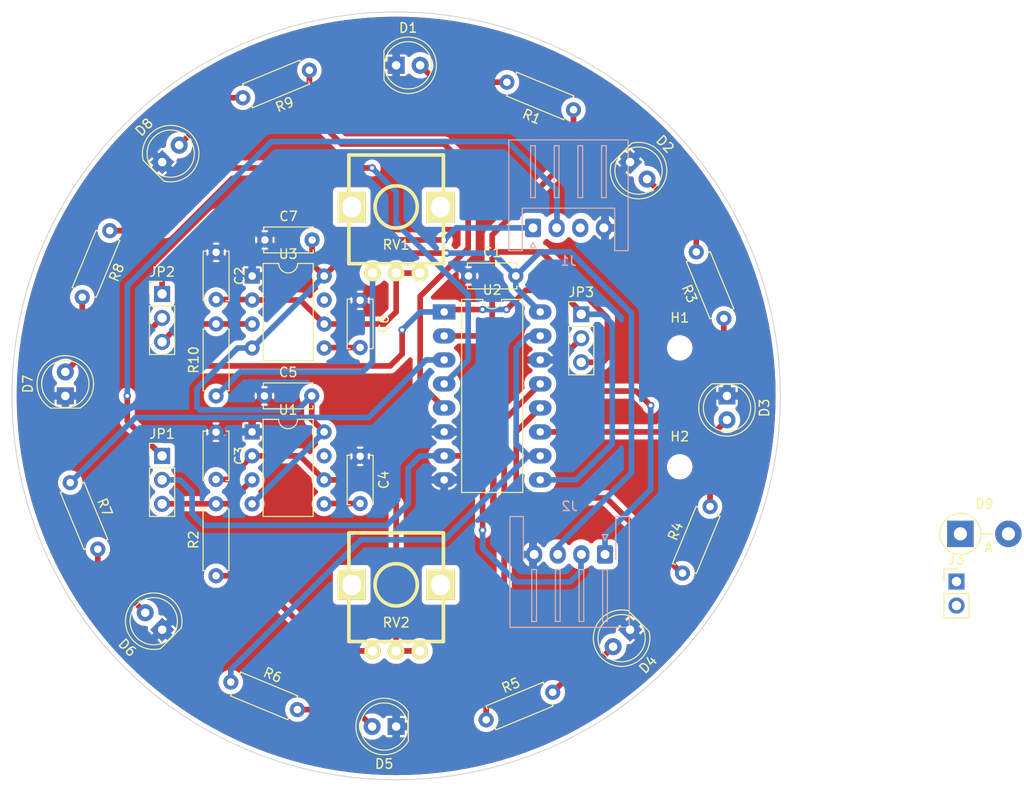
<source format=kicad_pcb>
(kicad_pcb (version 20221018) (generator pcbnew)
  (layers (0 "F.Cu" signal) (31 "B.Cu" signal) (34 "B.Paste" user) (35 "F.Paste" user) (36 "B.SilkS" user "B.Silkscreen") (37 "F.SilkS" user "F.Silkscreen") (38 "B.Mask" user) (39 "F.Mask" user) (44 "Edge.Cuts" user))
  (net 0 "")
  (net 1 "GND")
  (net 2 "Net-(U3-THR)")
  (net 3 "Net-(U1-THR)")
  (net 4 "Net-(D1-A)")
  (net 5 "Net-(D2-A)")
  (net 6 "Net-(D3-A)")
  (net 7 "Net-(D4-A)")
  (net 8 "Net-(D5-A)")
  (net 9 "Net-(D6-A)")
  (net 10 "Net-(D7-A)")
  (net 11 "Net-(D8-A)")
  (net 12 "Net-(J1-Pin_1)")
  (net 13 "Net-(J1-Pin_2)")
  (net 14 "VCC")
  (net 15 "Net-(J2-Pin_1)")
  (net 16 "Net-(J2-Pin_2)")
  (net 17 "/Timer1/Out")
  (net 18 "/Timer/Out")
  (net 19 "Net-(R2-Pad1)")
  (net 20 "Net-(R10-Pad1)")
  (net 21 "Net-(U1-CV)")
  (net 23 "Net-(U3-CV)")
  (net 25 "Net-(JP2-C)")
  (net 26 "Net-(JP3-B)")
  (net 27 "Net-(U2B-Q3)")
  (net 28 "Net-(U2B-Q2)")
  (net 29 "Net-(U2B-Q1)")
  (net 30 "Net-(U2A-Q4)")
  (net 31 "Net-(U2A-Q3)")
  (net 32 "Net-(U2A-Q2)")
  (net 33 "Net-(U2A-Q1)")
  (net 34 "Net-(D9-A)")
  (footprint "LED_THT:LED_D5.0mm" (layer "F.Cu") (at 187.4 101.6 -90)
    (fp_text reference "D3" (at 1.27 -3.96 -90) (layer "F.SilkS"))
    (fp_text value "LED" hide)
    (pad "1" thru_hole rect (at 0 0 270) (size 1.8 1.8) (drill 0.9) (layers "*.Cu" "*.Mask") (net 1 "GND"))
    (pad "2" thru_hole circle (at 2.54 0 270) (size 1.8 1.8) (drill 0.9) (layers "*.Cu" "*.Mask") (net 6 "Net-(D3-A)"))
  )
  (footprint "Package_DIP:DIP-16_W10.16mm_LongPads" (layer "F.Cu") (at 157.48 92.71)
    (fp_text reference "U2" (at 5.08 -2.33) (layer "F.SilkS"))
    (fp_text value "4015" hide)
    (pad "1" thru_hole rect (at 0 0) (size 2.4 1.6) (drill 0.8) (layers "*.Cu" "*.Mask") (net 25 "Net-(JP2-C)"))
    (pad "2" thru_hole oval (at 0 2.54) (size 2.4 1.6) (drill 0.8) (layers "*.Cu" "*.Mask") (net 26 "Net-(JP3-B)"))
    (pad "3" thru_hole oval (at 0 5.08) (size 2.4 1.6) (drill 0.8) (layers "*.Cu" "*.Mask") (net 31 "Net-(U2A-Q3)"))
    (pad "4" thru_hole oval (at 0 7.62) (size 2.4 1.6) (drill 0.8) (layers "*.Cu" "*.Mask") (net 32 "Net-(U2A-Q2)"))
    (pad "5" thru_hole oval (at 0 10.16) (size 2.4 1.6) (drill 0.8) (layers "*.Cu" "*.Mask") (net 33 "Net-(U2A-Q1)"))
    (pad "6" thru_hole oval (at 0 12.7) (size 2.4 1.6) (drill 0.8) (layers "*.Cu" "*.Mask") (net 1 "GND"))
    (pad "7" thru_hole oval (at 0 15.24) (size 2.4 1.6) (drill 0.8) (layers "*.Cu" "*.Mask") (net 16 "Net-(J2-Pin_2)"))
    (pad "8" thru_hole oval (at 0 17.78) (size 2.4 1.6) (drill 0.8) (layers "*.Cu" "*.Mask") (net 1 "GND"))
    (pad "9" thru_hole oval (at 10.16 17.78) (size 2.4 1.6) (drill 0.8) (layers "*.Cu" "*.Mask") (net 25 "Net-(JP2-C)"))
    (pad "10" thru_hole oval (at 10.16 15.24) (size 2.4 1.6) (drill 0.8) (layers "*.Cu" "*.Mask") (net 30 "Net-(U2A-Q4)"))
    (pad "11" thru_hole oval (at 10.16 12.7) (size 2.4 1.6) (drill 0.8) (layers "*.Cu" "*.Mask") (net 27 "Net-(U2B-Q3)"))
    (pad "12" thru_hole oval (at 10.16 10.16) (size 2.4 1.6) (drill 0.8) (layers "*.Cu" "*.Mask") (net 28 "Net-(U2B-Q2)"))
    (pad "13" thru_hole oval (at 10.16 7.62) (size 2.4 1.6) (drill 0.8) (layers "*.Cu" "*.Mask") (net 29 "Net-(U2B-Q1)"))
    (pad "14" thru_hole oval (at 10.16 5.08) (size 2.4 1.6) (drill 0.8) (layers "*.Cu" "*.Mask") (net 1 "GND"))
    (pad "15" thru_hole oval (at 10.16 2.54) (size 2.4 1.6) (drill 0.8) (layers "*.Cu" "*.Mask") (net 30 "Net-(U2A-Q4)"))
    (pad "16" thru_hole oval (at 10.16 0) (size 2.4 1.6) (drill 0.8) (layers "*.Cu" "*.Mask") (net 14 "VCC"))
  )
  (footprint "Resistor_THT:R_Axial_DIN0207_L6.3mm_D2.5mm_P7.62mm_Horizontal" (layer "F.Cu") (at 133.34 120.64 90)
    (fp_text reference "R2" (at 3.81 -2.37 90) (layer "F.SilkS"))
    (fp_text value "10k" hide)
    (pad "1" thru_hole circle (at 0 0 90) (size 1.6 1.6) (drill 0.8) (layers "*.Cu" "*.Mask") (net 19 "Net-(R2-Pad1)"))
    (pad "2" thru_hole oval (at 7.62 0 90) (size 1.6 1.6) (drill 0.8) (layers "*.Cu" "*.Mask") (net 18 "/Timer/Out"))
  )
  (footprint "Resistor_THT:R_Axial_DIN0207_L6.3mm_D2.5mm_P7.62mm_Horizontal" (layer "F.Cu") (at 161.925 135.89 22.5)
    (fp_text reference "R5" (at 3.81 -2.370001 22.5) (layer "F.SilkS"))
    (fp_text value "R" hide)
    (pad "1" thru_hole circle (at 0 0 22.5) (size 1.6 1.6) (drill 0.8) (layers "*.Cu" "*.Mask") (net 29 "Net-(U2B-Q1)"))
    (pad "2" thru_hole oval (at 7.62 0 22.5) (size 1.6 1.6) (drill 0.8) (layers "*.Cu" "*.Mask") (net 7 "Net-(D4-A)"))
  )
  (footprint "Capacitor_THT:C_Disc_D5.0mm_W2.5mm_P5.00mm" (layer "F.Cu") (at 133.34 105.44 -90)
    (fp_text reference "C3" (at 2.5 -2.5 90) (layer "F.SilkS"))
    (fp_text value "4.7u" hide)
    (pad "1" thru_hole circle (at 0 0 270) (size 1.6 1.6) (drill 0.8) (layers "*.Cu" "*.Mask") (net 1 "GND"))
    (pad "2" thru_hole circle (at 5 0 270) (size 1.6 1.6) (drill 0.8) (layers "*.Cu" "*.Mask") (net 3 "Net-(U1-THR)"))
  )
  (footprint "Resistor_THT:R_Axial_DIN0207_L6.3mm_D2.5mm_P7.62mm_Horizontal" (layer "F.Cu") (at 171.159981 71.308024 157.5)
    (fp_text reference "R1" (at 3.81 -2.37 157.5) (layer "F.SilkS"))
    (fp_text value "R" hide)
    (pad "1" thru_hole circle (at 0 0 157.5) (size 1.6 1.6) (drill 0.8) (layers "*.Cu" "*.Mask") (net 26 "Net-(JP3-B)"))
    (pad "2" thru_hole oval (at 7.62 0 157.5) (size 1.6 1.6) (drill 0.8) (layers "*.Cu" "*.Mask") (net 4 "Net-(D1-A)"))
  )
  (footprint "Resistor_THT:R_Axial_DIN0207_L6.3mm_D2.5mm_P7.62mm_Horizontal" (layer "F.Cu") (at 187.066048 93.399962 112.5)
    (fp_text reference "R3" (at 3.81 -2.37 112.5) (layer "F.SilkS"))
    (fp_text value "R" hide)
    (pad "1" thru_hole circle (at 0 0 112.5) (size 1.6 1.6) (drill 0.8) (layers "*.Cu" "*.Mask") (net 27 "Net-(U2B-Q3)"))
    (pad "2" thru_hole oval (at 7.62 0 112.5) (size 1.6 1.6) (drill 0.8) (layers "*.Cu" "*.Mask") (net 5 "Net-(D2-A)"))
  )
  (footprint "Capacitor_THT:C_Disc_D5.0mm_W2.5mm_P5.00mm" (layer "F.Cu") (at 138.51 85.09)
    (fp_text reference "C7" (at 2.5 -2.5) (layer "F.SilkS"))
    (fp_text value "100n" hide)
    (pad "1" thru_hole circle (at 0 0) (size 1.6 1.6) (drill 0.8) (layers "*.Cu" "*.Mask") (net 1 "GND"))
    (pad "2" thru_hole circle (at 5 0) (size 1.6 1.6) (drill 0.8) (layers "*.Cu" "*.Mask") (net 14 "VCC"))
  )
  (footprint "LED_THT:LED_D5.0mm" (layer "F.Cu") (at 152.4 136.6 180)
    (fp_text reference "D5" (at 1.27 -3.96 180) (layer "F.SilkS"))
    (fp_text value "LED" hide)
    (pad "1" thru_hole rect (at 0 0 180) (size 1.8 1.8) (drill 0.9) (layers "*.Cu" "*.Mask") (net 1 "GND"))
    (pad "2" thru_hole circle (at 2.54 0 180) (size 1.8 1.8) (drill 0.9) (layers "*.Cu" "*.Mask") (net 8 "Net-(D5-A)"))
  )
  (footprint "Resistor_THT:R_Axial_DIN0207_L6.3mm_D2.5mm_P7.62mm_Horizontal" (layer "F.Cu") (at 182.691976 120.359981 67.5)
    (fp_text reference "R4" (at 3.81 -2.37 67.5) (layer "F.SilkS"))
    (fp_text value "R" hide)
    (pad "1" thru_hole circle (at 0 0 67.5) (size 1.6 1.6) (drill 0.8) (layers "*.Cu" "*.Mask") (net 28 "Net-(U2B-Q2)"))
    (pad "2" thru_hole oval (at 7.62 0 67.5) (size 1.6 1.6) (drill 0.8) (layers "*.Cu" "*.Mask") (net 6 "Net-(D3-A)"))
  )
  (footprint "MountingHole:MountingHole_2.2mm_M2" (layer "F.Cu") (at 182.4 96.52)
    (fp_text reference "H1" (at 0 -3.2) (layer "F.SilkS"))
    (fp_text value "MountingHole" hide)
    (pad "" np_thru_hole circle (at 0 0) (size 2.2 2.2) (drill 2.2) (layers "*.Cu" "*.Mask"))
  )
  (footprint "LED_THT:LED_D5.0mm" (layer "F.Cu") (at 152.4 66.6)
    (fp_text reference "D1" (at 1.27 -3.96) (layer "F.SilkS"))
    (fp_text value "LED" hide)
    (pad "1" thru_hole rect (at 0 0) (size 1.8 1.8) (drill 0.9) (layers "*.Cu" "*.Mask") (net 1 "GND"))
    (pad "2" thru_hole circle (at 2.54 0) (size 1.8 1.8) (drill 0.9) (layers "*.Cu" "*.Mask") (net 4 "Net-(D1-A)"))
  )
  (footprint "Resistor_THT:R_Axial_DIN0207_L6.3mm_D2.5mm_P7.62mm_Horizontal" (layer "F.Cu") (at 133.35 101.6 90)
    (fp_text reference "R10" (at 3.81 -2.37 90) (layer "F.SilkS"))
    (fp_text value "10k" hide)
    (pad "1" thru_hole circle (at 0 0 90) (size 1.6 1.6) (drill 0.8) (layers "*.Cu" "*.Mask") (net 20 "Net-(R10-Pad1)"))
    (pad "2" thru_hole oval (at 7.62 0 90) (size 1.6 1.6) (drill 0.8) (layers "*.Cu" "*.Mask") (net 17 "/Timer1/Out"))
  )
  (footprint "Resistor_THT:R_Axial_DIN0207_L6.3mm_D2.5mm_P7.62mm_Horizontal" (layer "F.Cu") (at 122.108024 84.110019 -112.5)
    (fp_text reference "R8" (at 3.81 -2.37 67.5) (layer "F.SilkS"))
    (fp_text value "R" hide)
    (pad "1" thru_hole circle (at 0 0 247.5) (size 1.6 1.6) (drill 0.8) (layers "*.Cu" "*.Mask") (net 32 "Net-(U2A-Q2)"))
    (pad "2" thru_hole oval (at 7.62 0 247.5) (size 1.6 1.6) (drill 0.8) (layers "*.Cu" "*.Mask") (net 10 "Net-(D7-A)"))
  )
  (footprint "Connector_PinHeader_2.54mm:PinHeader_1x02_P2.54mm_Vertical" (layer "F.Cu") (at 211.680101 121.255101)
    (fp_text reference "J3" (at 0 -2.33) (layer "F.SilkS"))
    (fp_text value "Conn_01x02")
    (pad "1" thru_hole rect (at 0 0) (size 1.7 1.7) (drill 1) (layers "*.Cu" "*.Mask") (net 1 "GND"))
    (pad "2" thru_hole oval (at 0 2.54) (size 1.7 1.7) (drill 1) (layers "*.Cu" "*.Mask") (net 14 "VCC"))
  )
  (footprint "MountingHole:MountingHole_2.2mm_M2" (layer "F.Cu") (at 182.4 109.1)
    (fp_text reference "H2" (at 0 -3.2) (layer "F.SilkS"))
    (fp_text value "MountingHole" hide)
    (pad "" np_thru_hole circle (at 0 0) (size 2.2 2.2) (drill 2.2) (layers "*.Cu" "*.Mask"))
  )
  (footprint "Resistor_THT:R_Axial_DIN0207_L6.3mm_D2.5mm_P7.62mm_Horizontal" (layer "F.Cu") (at 134.910019 131.891976 -22.5)
    (fp_text reference "R6" (at 3.81 -2.37 157.5) (layer "F.SilkS"))
    (fp_text value "R" hide)
    (pad "1" thru_hole circle (at 0 0 337.5) (size 1.6 1.6) (drill 0.8) (layers "*.Cu" "*.Mask") (net 30 "Net-(U2A-Q4)"))
    (pad "2" thru_hole oval (at 7.62 0 337.5) (size 1.6 1.6) (drill 0.8) (layers "*.Cu" "*.Mask") (net 8 "Net-(D5-A)"))
  )
  (footprint "Diode_THT:D_5W_P5.08mm_Vertical_AnodeUp" (layer "F.Cu") (at 212.09 116.205)
    (fp_text reference "D9" (at 2.54 -3.174899) (layer "F.SilkS"))
    (fp_text value "D")
    (fp_text user "A" (at 2.98 1.4) (layer "F.SilkS"))
    (pad "1" thru_hole rect (at 0 0) (size 2.8 2.8) (drill 1.4) (layers "*.Cu" "*.Mask") (net 14 "VCC"))
    (pad "2" thru_hole oval (at 5.08 0) (size 2.8 2.8) (drill 1.4) (layers "*.Cu" "*.Mask") (net 34 "Net-(D9-A)"))
  )
  (footprint "poti_rv09a:RV09AF-40-ALPHA-POT" (layer "F.Cu") (at 152.4 121.6)
    (fp_text reference "RV2" (at 0 4) (layer "F.SilkS") (effects (font (size 1.016 1.016) (thickness 0.1524))))
    (fp_text value "1M" hide)
    (pad "" thru_hole rect (at -4.7 0) (size 3 3.2) (drill oval 2 2.2) (layers "*.Cu" "*.Mask" "F.SilkS"))
    (pad "" thru_hole rect (at 4.7 0) (size 3 3.2) (drill oval 2 2.2) (layers "*.Cu" "*.Mask" "F.SilkS"))
    (pad "1" thru_hole circle (at -2.5 7) (size 1.75 1.75) (drill 1) (layers "*.Cu" "*.Mask" "F.SilkS") (net 19 "Net-(R2-Pad1)"))
    (pad "2" thru_hole circle (at 0 7) (size 1.75 1.75) (drill 1) (layers "*.Cu" "*.Mask" "F.SilkS") (net 3 "Net-(U1-THR)"))
    (pad "3" thru_hole circle (at 2.5 7) (size 1.75 1.75) (drill 1) (layers "*.Cu" "*.Mask" "F.SilkS") (net 3 "Net-(U1-THR)"))
  )
  (footprint "Connector_PinHeader_2.54mm:PinHeader_1x03_P2.54mm_Vertical" (layer "F.Cu") (at 127.635 107.95)
    (fp_text reference "JP1" (at 0 -2.33) (layer "F.SilkS"))
    (fp_text value "Jumper_3_Open" hide)
    (pad "1" thru_hole rect (at 0 0) (size 1.7 1.7) (drill 1) (layers "*.Cu" "*.Mask") (net 13 "Net-(J1-Pin_2)"))
    (pad "2" thru_hole oval (at 0 2.54) (size 1.7 1.7) (drill 1) (layers "*.Cu" "*.Mask") (net 16 "Net-(J2-Pin_2)"))
    (pad "3" thru_hole oval (at 0 5.08) (size 1.7 1.7) (drill 1) (layers "*.Cu" "*.Mask") (net 18 "/Timer/Out"))
  )
  (footprint "LED_THT:LED_D5.0mm" (layer "F.Cu") (at 177.148737 76.851262 -45)
    (fp_text reference "D2" (at 1.269999 -3.96 -45) (layer "F.SilkS"))
    (fp_text value "LED" hide)
    (pad "1" thru_hole rect (at 0 0 315) (size 1.8 1.8) (drill 0.9) (layers "*.Cu" "*.Mask") (net 1 "GND"))
    (pad "2" thru_hole circle (at 2.54 0 315) (size 1.8 1.8) (drill 0.9) (layers "*.Cu" "*.Mask") (net 5 "Net-(D2-A)"))
  )
  (footprint "LED_THT:LED_D5.0mm" (layer "F.Cu") (at 117.4 101.6 90)
    (fp_text reference "D7" (at 1.27 -3.96 90) (layer "F.SilkS"))
    (fp_text value "LED" hide)
    (pad "1" thru_hole rect (at 0 0 90) (size 1.8 1.8) (drill 0.9) (layers "*.Cu" "*.Mask") (net 1 "GND"))
    (pad "2" thru_hole circle (at 2.54 0 90) (size 1.8 1.8) (drill 0.9) (layers "*.Cu" "*.Mask") (net 10 "Net-(D7-A)"))
  )
  (footprint "Resistor_THT:R_Axial_DIN0207_L6.3mm_D2.5mm_P7.62mm_Horizontal" (layer "F.Cu") (at 117.921976 110.780019 -67.5)
    (fp_text reference "R7" (at 3.809999 -2.37 112.5) (layer "F.SilkS"))
    (fp_text value "R" hide)
    (pad "1" thru_hole circle (at 0 0 292.5) (size 1.6 1.6) (drill 0.8) (layers "*.Cu" "*.Mask") (net 31 "Net-(U2A-Q3)"))
    (pad "2" thru_hole oval (at 7.62 0 292.5) (size 1.6 1.6) (drill 0.8) (layers "*.Cu" "*.Mask") (net 9 "Net-(D6-A)"))
  )
  (footprint "Capacitor_THT:C_Disc_D5.0mm_W2.5mm_P5.00mm" (layer "F.Cu") (at 160.06 88.9)
    (fp_text reference "C1" (at 2.5 -2.5) (layer "F.SilkS"))
    (fp_text value "100n" hide)
    (pad "1" thru_hole circle (at 0 0) (size 1.6 1.6) (drill 0.8) (layers "*.Cu" "*.Mask") (net 1 "GND"))
    (pad "2" thru_hole circle (at 5 0) (size 1.6 1.6) (drill 0.8) (layers "*.Cu" "*.Mask") (net 14 "VCC"))
  )
  (footprint "Capacitor_THT:C_Disc_D5.0mm_W2.5mm_P5.00mm" (layer "F.Cu") (at 138.47 101.6)
    (fp_text reference "C5" (at 2.5 -2.5) (layer "F.SilkS"))
    (fp_text value "100n" hide)
    (pad "1" thru_hole circle (at 0 0) (size 1.6 1.6) (drill 0.8) (layers "*.Cu" "*.Mask") (net 1 "GND"))
    (pad "2" thru_hole circle (at 5 0) (size 1.6 1.6) (drill 0.8) (layers "*.Cu" "*.Mask") (net 14 "VCC"))
  )
  (footprint "LED_THT:LED_D5.0mm" (layer "F.Cu") (at 127.651262 126.348737 135)
    (fp_text reference "D6" (at 1.270001 -3.96 135) (layer "F.SilkS"))
    (fp_text value "LED" hide)
    (pad "1" thru_hole rect (at 0 0 135) (size 1.8 1.8) (drill 0.9) (layers "*.Cu" "*.Mask") (net 1 "GND"))
    (pad "2" thru_hole circle (at 2.54 0 135) (size 1.8 1.8) (drill 0.9) (layers "*.Cu" "*.Mask") (net 9 "Net-(D6-A)"))
  )
  (footprint "Package_DIP:DIP-8_W7.62mm" (layer "F.Cu") (at 137.16 105.41)
    (fp_text reference "U1" (at 3.81 -2.33) (layer "F.SilkS"))
    (fp_text value "NE555P" hide)
    (pad "1" thru_hole rect (at 0 0) (size 1.6 1.6) (drill 0.8) (layers "*.Cu" "*.Mask") (net 1 "GND"))
    (pad "2" thru_hole oval (at 0 2.54) (size 1.6 1.6) (drill 0.8) (layers "*.Cu" "*.Mask") (net 3 "Net-(U1-THR)"))
    (pad "3" thru_hole oval (at 0 5.08) (size 1.6 1.6) (drill 0.8) (layers "*.Cu" "*.Mask") (net 18 "/Timer/Out"))
    (pad "4" thru_hole oval (at 0 7.62) (size 1.6 1.6) (drill 0.8) (layers "*.Cu" "*.Mask") (net 14 "VCC"))
    (pad "5" thru_hole oval (at 7.62 7.62) (size 1.6 1.6) (drill 0.8) (layers "*.Cu" "*.Mask") (net 21 "Net-(U1-CV)"))
    (pad "6" thru_hole oval (at 7.62 5.08) (size 1.6 1.6) (drill 0.8) (layers "*.Cu" "*.Mask") (net 3 "Net-(U1-THR)"))
    (pad "7" thru_hole oval (at 7.62 2.54) (size 1.6 1.6) (drill 0.8) (layers "*.Cu" "*.Mask"))
    (pad "8" thru_hole oval (at 7.62 0) (size 1.6 1.6) (drill 0.8) (layers "*.Cu" "*.Mask") (net 14 "VCC"))
  )
  (footprint "LED_THT:LED_D5.0mm" (layer "F.Cu") (at 177.148737 126.348737 -135)
    (fp_text reference "D4" (at 1.27 -3.96 -135) (layer "F.SilkS"))
    (fp_text value "LED" hide)
    (pad "1" thru_hole rect (at 0 0 225) (size 1.8 1.8) (drill 0.9) (layers "*.Cu" "*.Mask") (net 1 "GND"))
    (pad "2" thru_hole circle (at 2.54 0 225) (size 1.8 1.8) (drill 0.9) (layers "*.Cu" "*.Mask") (net 7 "Net-(D4-A)"))
  )
  (footprint "Connector_PinHeader_2.54mm:PinHeader_1x03_P2.54mm_Vertical" (layer "F.Cu") (at 171.98 92.96)
    (fp_text reference "JP3" (at 0 -2.33) (layer "F.SilkS"))
    (fp_text value "Jumper_3_Open" hide)
    (pad "1" thru_hole rect (at 0 0) (size 1.7 1.7) (drill 1) (layers "*.Cu" "*.Mask") (net 25 "Net-(JP2-C)"))
    (pad "2" thru_hole oval (at 0 2.54) (size 1.7 1.7) (drill 1) (layers "*.Cu" "*.Mask") (net 15 "Net-(J2-Pin_1)"))
    (pad "3" thru_hole oval (at 0 5.08) (size 1.7 1.7) (drill 1) (layers "*.Cu" "*.Mask") (net 26 "Net-(JP3-B)"))
  )
  (footprint "LED_THT:LED_D5.0mm" (layer "F.Cu") (at 127.651262 76.851262 45)
    (fp_text reference "D8" (at 1.27 -3.960001 45) (layer "F.SilkS"))
    (fp_text value "LED" hide)
    (pad "1" thru_hole rect (at 0 0 45) (size 1.8 1.8) (drill 0.9) (layers "*.Cu" "*.Mask") (net 1 "GND"))
    (pad "2" thru_hole circle (at 2.54 0 45) (size 1.8 1.8) (drill 0.9) (layers "*.Cu" "*.Mask") (net 11 "Net-(D8-A)"))
  )
  (footprint "Package_DIP:DIP-8_W7.62mm" (layer "F.Cu") (at 137.17 88.91)
    (fp_text reference "U3" (at 3.81 -2.33) (layer "F.SilkS"))
    (fp_text value "NE555P" hide)
    (pad "1" thru_hole rect (at 0 0) (size 1.6 1.6) (drill 0.8) (layers "*.Cu" "*.Mask") (net 1 "GND"))
    (pad "2" thru_hole oval (at 0 2.54) (size 1.6 1.6) (drill 0.8) (layers "*.Cu" "*.Mask") (net 2 "Net-(U3-THR)"))
    (pad "3" thru_hole oval (at 0 5.08) (size 1.6 1.6) (drill 0.8) (layers "*.Cu" "*.Mask") (net 17 "/Timer1/Out"))
    (pad "4" thru_hole oval (at 0 7.62) (size 1.6 1.6) (drill 0.8) (layers "*.Cu" "*.Mask") (net 14 "VCC"))
    (pad "5" thru_hole oval (at 7.62 7.62) (size 1.6 1.6) (drill 0.8) (layers "*.Cu" "*.Mask") (net 23 "Net-(U3-CV)"))
    (pad "6" thru_hole oval (at 7.62 5.08) (size 1.6 1.6) (drill 0.8) (layers "*.Cu" "*.Mask") (net 2 "Net-(U3-THR)"))
    (pad "7" thru_hole oval (at 7.62 2.54) (size 1.6 1.6) (drill 0.8) (layers "*.Cu" "*.Mask"))
    (pad "8" thru_hole oval (at 7.62 0) (size 1.6 1.6) (drill 0.8) (layers "*.Cu" "*.Mask") (net 14 "VCC"))
  )
  (footprint "Connector_PinHeader_2.54mm:PinHeader_1x03_P2.54mm_Vertical" (layer "F.Cu") (at 127.635 90.805)
    (fp_text reference "JP2" (at 0 -2.33) (layer "F.SilkS"))
    (fp_text value "Jumper_3_Open" hide)
    (pad "1" thru_hole rect (at 0 0) (size 1.7 1.7) (drill 1) (layers "*.Cu" "*.Mask") (net 12 "Net-(J1-Pin_1)"))
    (pad "2" thru_hole oval (at 0 2.54) (size 1.7 1.7) (drill 1) (layers "*.Cu" "*.Mask") (net 25 "Net-(JP2-C)"))
    (pad "3" thru_hole oval (at 0 5.08) (size 1.7 1.7) (drill 1) (layers "*.Cu" "*.Mask") (net 17 "/Timer1/Out"))
  )
  (footprint "Resistor_THT:R_Axial_DIN0207_L6.3mm_D2.5mm_P7.62mm_Horizontal" (layer "F.Cu") (at 143.219981 67.121976 -157.5)
    (fp_text reference "R9" (at 3.81 -2.369999 22.5) (layer "F.SilkS"))
    (fp_text value "R" hide)
    (pad "1" thru_hole circle (at 0 0 202.5) (size 1.6 1.6) (drill 0.8) (layers "*.Cu" "*.Mask") (net 33 "Net-(U2A-Q1)"))
    (pad "2" thru_hole oval (at 7.62 0 202.5) (size 1.6 1.6) (drill 0.8) (layers "*.Cu" "*.Mask") (net 11 "Net-(D8-A)"))
  )
  (footprint "Capacitor_THT:C_Disc_D5.0mm_W2.5mm_P5.00mm" (layer "F.Cu") (at 148.59 107.99 -90)
    (fp_text reference "C4" (at 2.5 -2.5 90) (layer "F.SilkS"))
    (fp_text value "100n" hide)
    (pad "1" thru_hole circle (at 0 0 270) (size 1.6 1.6) (drill 0.8) (layers "*.Cu" "*.Mask") (net 1 "GND"))
    (pad "2" thru_hole circle (at 5 0 270) (size 1.6 1.6) (drill 0.8) (layers "*.Cu" "*.Mask") (net 21 "Net-(U1-CV)"))
  )
  (footprint "Capacitor_THT:C_Disc_D5.0mm_W2.5mm_P5.00mm" (layer "F.Cu") (at 133.35 86.4 -90)
    (fp_text reference "C2" (at 2.5 -2.5 90) (layer "F.SilkS"))
    (fp_text value "4.7u" hide)
    (pad "1" thru_hole circle (at 0 0 270) (size 1.6 1.6) (drill 0.8) (layers "*.Cu" "*.Mask") (net 1 "GND"))
    (pad "2" thru_hole circle (at 5 0 270) (size 1.6 1.6) (drill 0.8) (layers "*.Cu" "*.Mask") (net 2 "Net-(U3-THR)"))
  )
  (footprint "Capacitor_THT:C_Disc_D5.0mm_W2.5mm_P5.00mm" (layer "F.Cu") (at 148.59 91.48 -90)
    (fp_text reference "C6" (at 2.5 -2.5 90) (layer "F.SilkS"))
    (fp_text value "100n" hide)
    (pad "1" thru_hole circle (at 0 0 270) (size 1.6 1.6) (drill 0.8) (layers "*.Cu" "*.Mask") (net 1 "GND"))
    (pad "2" thru_hole circle (at 5 0 270) (size 1.6 1.6) (drill 0.8) (layers "*.Cu" "*.Mask") (net 23 "Net-(U3-CV)"))
  )
  (footprint "poti_rv09a:RV09AF-40-ALPHA-POT" (layer "F.Cu") (at 152.4 81.6)
    (fp_text reference "RV1" (at 0 4) (layer "F.SilkS") (effects (font (size 1.016 1.016) (thickness 0.1524))))
    (fp_text value "1M" hide)
    (pad "" thru_hole rect (at -4.7 0) (size 3 3.2) (drill oval 2 2.2) (layers "*.Cu" "*.Mask" "F.SilkS"))
    (pad "" thru_hole rect (at 4.7 0) (size 3 3.2) (drill oval 2 2.2) (layers "*.Cu" "*.Mask" "F.SilkS"))
    (pad "1" thru_hole circle (at -2.5 7) (size 1.75 1.75) (drill 1) (layers "*.Cu" "*.Mask" "F.SilkS") (net 20 "Net-(R10-Pad1)"))
    (pad "2" thru_hole circle (at 0 7) (size 1.75 1.75) (drill 1) (layers "*.Cu" "*.Mask" "F.SilkS") (net 2 "Net-(U3-THR)"))
    (pad "3" thru_hole circle (at 2.5 7) (size 1.75 1.75) (drill 1) (layers "*.Cu" "*.Mask" "F.SilkS") (net 2 "Net-(U3-THR)"))
  )
  (footprint "Connector_JST:JST_XH_S4B-XH-A_1x04_P2.50mm_Horizontal" (layer "B.Cu") (at 166.878 83.815)
    (fp_text reference "J1" (at 3.75 3.5 180) (layer "B.SilkS") (effects (justify mirror)))
    (fp_text value "Conn_01x04")
    (pad "1" thru_hole roundrect (at 0 0) (size 1.7 1.95) (drill 0.95) (layers "*.Cu" "*.Mask") (roundrect_rratio 0.147059) (net 12 "Net-(J1-Pin_1)"))
    (pad "2" thru_hole oval (at 2.5 0) (size 1.7 1.95) (drill 0.95) (layers "*.Cu" "*.Mask") (net 13 "Net-(J1-Pin_2)"))
    (pad "3" thru_hole oval (at 5 0) (size 1.7 1.95) (drill 0.95) (layers "*.Cu" "*.Mask") (net 34 "Net-(D9-A)"))
    (pad "4" thru_hole oval (at 7.5 0) (size 1.7 1.95) (drill 0.95) (layers "*.Cu" "*.Mask") (net 1 "GND"))
  )
  (footprint "Connector_JST:JST_XH_S4B-XH-A-1_1x04_P2.50mm_Horizontal" (layer "B.Cu") (at 174.498 118.384 180)
    (fp_text reference "J2" (at 3.75 5.1) (layer "B.SilkS") (effects (justify mirror)))
    (fp_text value "Conn_01x04")
    (pad "1" thru_hole roundrect (at 0 0 180) (size 1.7 1.95) (drill 0.95) (layers "*.Cu" "*.Mask") (roundrect_rratio 0.147059) (net 15 "Net-(J2-Pin_1)"))
    (pad "2" thru_hole oval (at 2.5 0 180) (size 1.7 1.95) (drill 0.95) (layers "*.Cu" "*.Mask") (net 16 "Net-(J2-Pin_2)"))
    (pad "3" thru_hole oval (at 5 0 180) (size 1.7 1.95) (drill 0.95) (layers "*.Cu" "*.Mask") (net 14 "VCC"))
    (pad "4" thru_hole oval (at 7.5 0 180) (size 1.7 1.95) (drill 0.95) (layers "*.Cu" "*.Mask") (net 1 "GND"))
  )
  (gr_circle (center 152.4 101.6) (end 193.04 101.6) (stroke (width 0.1)) (fill none) (layer "Edge.Cuts"))
  (segment (start 133.37 105.41) (end 133.34 105.44) (width 0.6) (layer "F.Cu") (net 1))
  (segment (start 137.16 105.41) (end 133.37 105.41) (width 0.6) (layer "F.Cu") (net 1))
  (segment (start 137.17 91.45) (end 142.25 91.45) (width 0.6) (layer "F.Cu") (net 2))
  (segment (start 152.4 88.6) (end 152.4 92.71) (width 0.6) (layer "F.Cu") (net 2))
  (segment (start 137.12 91.4) (end 137.17 91.45) (width 0.6) (layer "F.Cu") (net 2))
  (segment (start 151.12 93.99) (end 144.79 93.99) (width 0.6) (layer "F.Cu") (net 2))
  (segment (start 152.4 92.71) (end 151.12 93.99) (width 0.6) (layer "F.Cu") (net 2))
  (segment (start 152.4 88.6) (end 154.9 88.6) (width 0.6) (layer "F.Cu") (net 2))
  (segment (start 142.25 91.45) (end 144.79 93.99) (width 0.6) (layer "F.Cu") (net 2))
  (segment (start 133.35 91.4) (end 137.12 91.4) (width 0.6) (layer "F.Cu") (net 2))
  (segment (start 142.24 107.95) (end 144.78 110.49) (width 0.6) (layer "F.Cu") (net 3))
  (segment (start 149.86 110.49) (end 152.4 113.03) (width 0.6) (layer "F.Cu") (net 3))
  (segment (start 133.34 110.44) (end 134.67 110.44) (width 0.6) (layer "F.Cu") (net 3))
  (segment (start 144.78 110.49) (end 149.86 110.49) (width 0.6) (layer "F.Cu") (net 3))
  (segment (start 154.9 128.6) (end 152.4 128.6) (width 0.6) (layer "F.Cu") (net 3))
  (segment (start 137.16 107.95) (end 142.24 107.95) (width 0.6) (layer "F.Cu") (net 3))
  (segment (start 134.67 110.44) (end 137.16 107.95) (width 0.6) (layer "F.Cu") (net 3))
  (segment (start 152.4 113.03) (end 152.4 128.6) (width 0.6) (layer "F.Cu") (net 3))
  (segment (start 164.120019 68.391976) (end 156.731976 68.391976) (width 0.6) (layer "F.Cu") (net 4))
  (segment (start 156.731976 68.391976) (end 154.94 66.6) (width 0.6) (layer "F.Cu") (net 4))
  (segment (start 184.15 86.36) (end 184.15 83.852525) (width 0.6) (layer "F.Cu") (net 5))
  (segment (start 184.15 83.852525) (end 178.944788 78.647313) (width 0.6) (layer "F.Cu") (net 5))
  (segment (start 185.608024 113.320019) (end 185.608024 105.931976) (width 0.6) (layer "F.Cu") (net 6))
  (segment (start 185.608024 105.931976) (end 187.4 104.14) (width 0.6) (layer "F.Cu") (net 6))
  (segment (start 171.793522 131.703952) (end 175.352686 128.144788) (width 0.6) (layer "F.Cu") (net 7))
  (segment (start 170.234962 131.703952) (end 171.793522 131.703952) (width 0.6) (layer "F.Cu") (net 7))
  (segment (start 168.964962 132.973952) (end 170.234962 131.703952) (width 0.6) (layer "F.Cu") (net 7))
  (segment (start 141.949981 134.808024) (end 148.068024 134.808024) (width 0.6) (layer "F.Cu") (net 8))
  (segment (start 148.068024 134.808024) (end 149.86 136.6) (width 0.6) (layer "F.Cu") (net 8))
  (segment (start 120.838024 117.819981) (end 120.838024 119.535499) (width 0.6) (layer "F.Cu") (net 9))
  (segment (start 120.838024 119.535499) (end 125.855211 124.552686) (width 0.6) (layer "F.Cu") (net 9))
  (segment (start 119.191976 91.149981) (end 119.191976 97.268024) (width 0.6) (layer "F.Cu") (net 10))
  (segment (start 119.191976 97.268024) (end 117.4 99.06) (width 0.6) (layer "F.Cu") (net 10))
  (segment (start 136.180019 70.038024) (end 134.4645 70.038024) (width 0.6) (layer "F.Cu") (net 11))
  (segment (start 134.4645 70.038024) (end 129.447313 75.055211) (width 0.6) (layer "F.Cu") (net 11))
  (segment (start 143.51 82.55) (end 146.05 85.09) (width 0.6) (layer "F.Cu") (net 12))
  (segment (start 127.635 90.805) (end 127.635 88.265) (width 0.6) (layer "F.Cu") (net 12))
  (segment (start 146.05 85.09) (end 157.48 85.09) (width 0.6) (layer "F.Cu") (net 12))
  (segment (start 127.635 88.265) (end 133.35 82.55) (width 0.6) (layer "F.Cu") (net 12))
  (segment (start 133.35 82.55) (end 143.51 82.55) (width 0.6) (layer "F.Cu") (net 12))
  (via (at 157.48 85.09) (size 0.8) (drill 0.4) (layers "F.Cu" "B.Cu") (net 12))
  (segment (start 157.48 85.09) (end 158.755 83.815) (width 0.6) (layer "B.Cu") (net 12))
  (segment (start 166.878 83.815) (end 158.755 83.815) (width 0.6) (layer "B.Cu") (net 12))
  (segment (start 123.952 104.267) (end 127.635 107.95) (width 0.6) (layer "F.Cu") (net 13))
  (segment (start 123.952 101.6) (end 123.952 104.267) (width 0.6) (layer "F.Cu") (net 13))
  (via (at 123.952 101.6) (size 0.8) (drill 0.4) (layers "F.Cu" "B.Cu") (net 13))
  (segment (start 123.952 101.6) (end 123.952 89.916) (width 0.6) (layer "B.Cu") (net 13))
  (segment (start 169.418 83.815) (end 169.418 79.883) (width 0.6) (layer "B.Cu") (net 13))
  (segment (start 139.192 74.676) (end 164.211 74.676) (width 0.6) (layer "B.Cu") (net 13))
  (segment (start 169.418 79.883) (end 164.211 74.676) (width 0.6) (layer "B.Cu") (net 13))
  (segment (start 123.952 89.916) (end 139.192 74.676) (width 0.6) (layer "B.Cu") (net 13))
  (segment (start 143.51 85.09) (end 143.51 87.63) (width 0.6) (layer "F.Cu") (net 14))
  (segment (start 143.47 101.6) (end 143.47 104.1) (width 0.6) (layer "F.Cu") (net 14))
  (segment (start 147.213 86.487) (end 144.79 88.91) (width 0.6) (layer "F.Cu") (net 14))
  (segment (start 157.734 86.487) (end 147.213 86.487) (width 0.6) (layer "F.Cu") (net 14))
  (segment (start 143.47 104.1) (end 144.78 105.41) (width 0.6) (layer "F.Cu") (net 14))
  (segment (start 143.51 87.63) (end 144.79 88.91) (width 0.6) (layer "F.Cu") (net 14))
  (via (at 157.734 86.487) (size 0.8) (drill 0.4) (layers "F.Cu" "B.Cu") (net 14))
  (segment (start 137.17 96.53) (end 144.79 88.91) (width 0.6) (layer "B.Cu") (net 14))
  (segment (start 177.292 109.728) (end 177.292 92.837) (width 0.6) (layer "B.Cu") (net 14))
  (segment (start 131.661 103.086) (end 141.984 103.086) (width 0.6) (layer "B.Cu") (net 14))
  (segment (start 131.318 102.743) (end 131.661 103.086) (width 0.6) (layer "B.Cu") (net 14))
  (segment (start 170.81 86.355) (end 167.605 86.355) (width 0.6) (layer "B.Cu") (net 14))
  (segment (start 167.605 86.355) (end 165.06 88.9) (width 0.6) (layer "B.Cu") (net 14))
  (segment (start 165.06 88.9) (end 165.06 90.13) (width 0.6) (layer "B.Cu") (net 14))
  (segment (start 165.06 88.9) (end 162.647 86.487) (width 0.6) (layer "B.Cu") (net 14))
  (segment (start 141.984 103.086) (end 143.47 101.6) (width 0.6) (layer "B.Cu") (net 14))
  (segment (start 169.418 118.384) (end 169.418 117.602) (width 0.6) (layer "B.Cu") (net 14))
  (segment (start 137.17 96.53) (end 135.626 96.53) (width 0.6) (layer "B.Cu") (net 14))
  (segment (start 165.06 90.13) (end 167.64 92.71) (width 0.6) (layer "B.Cu") (net 14))
  (segment (start 137.16 113.03) (end 144.78 105.41) (width 0.6) (layer "B.Cu") (net 14))
  (segment (start 135.626 96.53) (end 131.318 100.838) (width 0.6) (layer "B.Cu") (net 14))
  (segment (start 162.647 86.487) (end 157.734 86.487) (width 0.6) (layer "B.Cu") (net 14))
  (segment (start 169.418 117.602) (end 177.292 109.728) (width 0.6) (layer "B.Cu") (net 14))
  (segment (start 177.292 92.837) (end 170.81 86.355) (width 0.6) (layer "B.Cu") (net 14))
  (segment (start 131.318 100.838) (end 131.318 102.743) (width 0.6) (layer "B.Cu") (net 14))
  (segment (start 171.98 95.5) (end 170.18 97.3) (width 0.6) (layer "F.Cu") (net 15))
  (segment (start 170.18 99.568) (end 171.704 101.092) (width 0.6) (layer "F.Cu") (net 15))
  (segment (start 177.8 101.092) (end 179.324 102.616) (width 0.6) (layer "F.Cu") (net 15))
  (segment (start 171.704 101.092) (end 177.8 101.092) (width 0.6) (layer "F.Cu") (net 15))
  (segment (start 170.18 97.3) (end 170.18 99.568) (width 0.6) (layer "F.Cu") (net 15))
  (via (at 179.324 102.616) (size 0.8) (drill 0.4) (layers "F.Cu" "B.Cu") (net 15))
  (segment (start 174.498 116.332) (end 174.498 118.384) (width 0.6) (layer "B.Cu") (net 15))
  (segment (start 179.324 102.616) (end 179.324 111.506) (width 0.6) (layer "B.Cu") (net 15))
  (segment (start 179.324 111.506) (end 174.498 116.332) (width 0.6) (layer "B.Cu") (net 15))
  (segment (start 157.48 107.95) (end 159.766 107.95) (width 0.6) (layer "F.Cu") (net 16))
  (segment (start 161.036 109.22) (end 161.544 109.728) (width 0.6) (layer "F.Cu") (net 16))
  (segment (start 161.544 109.728) (end 161.544 115.824) (width 0.6) (layer "F.Cu") (net 16))
  (segment (start 159.766 107.95) (end 161.036 109.22) (width 0.6) (layer "F.Cu") (net 16))
  (via (at 161.544 115.824) (size 0.8) (drill 0.4) (layers "F.Cu" "B.Cu") (net 16))
  (segment (start 161.544 117.729) (end 161.544 115.824) (width 0.6) (layer "B.Cu") (net 16))
  (segment (start 171.958 118.384) (end 171.958 120.142) (width 0.6) (layer "B.Cu") (net 16))
  (segment (start 130.81 111.76) (end 130.81 114.046) (width 0.6) (layer "B.Cu") (net 16))
  (segment (start 129.54 110.49) (end 130.81 111.76) (width 0.6) (layer "B.Cu") (net 16))
  (segment (start 165.1 121.285) (end 161.544 117.729) (width 0.6) (layer "B.Cu") (net 16))
  (segment (start 151.384 115.316) (end 153.67 113.03) (width 0.6) (layer "B.Cu") (net 16))
  (segment (start 170.815 121.285) (end 165.1 121.285) (width 0.6) (layer "B.Cu") (net 16))
  (segment (start 153.67 113.03) (end 153.67 109.22) (width 0.6) (layer "B.Cu") (net 16))
  (segment (start 153.67 109.22) (end 154.94 107.95) (width 0.6) (layer "B.Cu") (net 16))
  (segment (start 154.94 107.95) (end 157.48 107.95) (width 0.6) (layer "B.Cu") (net 16))
  (segment (start 171.958 120.142) (end 170.815 121.285) (width 0.6) (layer "B.Cu") (net 16))
  (segment (start 132.08 115.316) (end 151.384 115.316) (width 0.6) (layer "B.Cu") (net 16))
  (segment (start 130.81 114.046) (end 132.08 115.316) (width 0.6) (layer "B.Cu") (net 16))
  (segment (start 127.635 110.49) (end 129.54 110.49) (width 0.6) (layer "B.Cu") (net 16))
  (segment (start 133.35 93.98) (end 137.16 93.98) (width 0.6) (layer "F.Cu") (net 17))
  (segment (start 133.35 93.98) (end 129.54 93.98) (width 0.6) (layer "F.Cu") (net 17))
  (segment (start 137.16 93.98) (end 137.17 93.99) (width 0.6) (layer "F.Cu") (net 17))
  (segment (start 129.54 93.98) (end 127.635 95.885) (width 0.6) (layer "F.Cu") (net 17))
  (segment (start 134.63 113.02) (end 137.16 110.49) (width 0.6) (layer "F.Cu") (net 18))
  (segment (start 133.34 113.02) (end 127.645 113.02) (width 0.6) (layer "F.Cu") (net 18))
  (segment (start 133.34 113.02) (end 134.63 113.02) (width 0.6) (layer "F.Cu") (net 18))
  (segment (start 127.645 113.02) (end 127.635 113.03) (width 0.6) (layer "F.Cu") (net 18))
  (segment (start 145.11 128.6) (end 149.9 128.6) (width 0.6) (layer "F.Cu") (net 19))
  (segment (start 133.34 120.64) (end 137.15 120.64) (width 0.6) (layer "F.Cu") (net 19))
  (segment (start 133.35 120.65) (end 133.34 120.64) (width 0.6) (layer "F.Cu") (net 19))
  (segment (start 137.15 120.64) (end 145.11 128.6) (width 0.6) (layer "F.Cu") (net 19))
  (segment (start 149.9 98.010683) (end 148.850683 99.06) (width 0.6) (layer "B.Cu") (net 20))
  (segment (start 149.9 88.6) (end 149.9 98.010683) (width 0.6) (layer "B.Cu") (net 20))
  (segment (start 135.89 99.06) (end 133.35 101.6) (width 0.6) (layer "B.Cu") (net 20))
  (segment (start 148.850683 99.06) (end 135.89 99.06) (width 0.6) (layer "B.Cu") (net 20))
  (segment (start 148.59 112.99) (end 144.82 112.99) (width 0.6) (layer "F.Cu") (net 21))
  (segment (start 144.82 112.99) (end 144.78 113.03) (width 0.6) (layer "F.Cu") (net 21))
  (segment (start 144.84 96.48) (end 144.79 96.53) (width 0.6) (layer "F.Cu") (net 23))
  (segment (start 148.59 96.48) (end 144.84 96.48) (width 0.6) (layer "F.Cu") (net 23))
  (segment (start 125.73 97.155) (end 127 98.425) (width 0.6) (layer "F.Cu") (net 25))
  (segment (start 153.035 97.155) (end 153.035 94.615) (width 0.6) (layer "F.Cu") (net 25))
  (segment (start 151.765 98.425) (end 153.035 97.155) (width 0.6) (layer "F.Cu") (net 25))
  (segment (start 171.98 92.96) (end 171.98 92.732) (width 0.6) (layer "F.Cu") (net 25))
  (segment (start 169.672 90.424) (end 166.116 90.424) (width 0.6) (layer "F.Cu") (net 25))
  (segment (start 161.544 92.456) (end 157.734 92.456) (width 0.6) (layer "F.Cu") (net 25))
  (segment (start 125.73 95.25) (end 125.73 97.155) (width 0.6) (layer "F.Cu") (net 25))
  (segment (start 157.734 92.456) (end 157.48 92.71) (width 0.6) (layer "F.Cu") (net 25))
  (segment (start 166.116 90.424) (end 164.084 92.456) (width 0.6) (layer "F.Cu") (net 25))
  (segment (start 171.98 92.732) (end 169.672 90.424) (width 0.6) (layer "F.Cu") (net 25))
  (segment (start 127.635 93.345) (end 125.73 95.25) (width 0.6) (layer "F.Cu") (net 25))
  (segment (start 127 98.425) (end 151.765 98.425) (width 0.6) (layer "F.Cu") (net 25))
  (via (at 153.035 94.615) (size 0.8) (drill 0.4) (layers "F.Cu" "B.Cu") (net 25))
  (via (at 164.084 92.456) (size 0.8) (drill 0.4) (layers "F.Cu" "B.Cu") (net 25))
  (via (at 161.544 92.456) (size 0.8) (drill 0.4) (layers "F.Cu" "B.Cu") (net 25))
  (segment (start 175.26 93.98) (end 174.24 92.96) (width 0.6) (layer "B.Cu") (net 25))
  (segment (start 167.64 110.49) (end 171.45 110.49) (width 0.6) (layer "B.Cu") (net 25))
  (segment (start 174.24 92.96) (end 171.98 92.96) (width 0.6) (layer "B.Cu") (net 25))
  (segment (start 153.035 94.615) (end 154.94 92.71) (width 0.6) (layer "B.Cu") (net 25))
  (segment (start 175.26 106.68) (end 175.26 93.98) (width 0.6) (layer "B.Cu") (net 25))
  (segment (start 154.94 92.71) (end 157.48 92.71) (width 0.6) (layer "B.Cu") (net 25))
  (segment (start 171.45 110.49) (end 175.26 106.68) (width 0.6) (layer "B.Cu") (net 25))
  (segment (start 164.084 92.456) (end 161.544 92.456) (width 0.6) (layer "B.Cu") (net 25))
  (segment (start 162.56 84.568634) (end 162.56 86.36) (width 0.6) (layer "F.Cu") (net 26))
  (segment (start 171.159981 75.968653) (end 162.56 84.568634) (width 0.6) (layer "F.Cu") (net 26))
  (segment (start 171.98 98.04) (end 174.248 98.04) (width 0.6) (layer "F.Cu") (net 26))
  (segment (start 162.56 93.98) (end 161.29 95.25) (width 0.6) (layer "F.Cu") (net 26))
  (segment (start 174.752 97.536) (end 174.752 93.324892) (width 0.6) (layer "F.Cu") (net 26))
  (segment (start 171.159981 71.308024) (end 171.159981 75.968653) (width 0.6) (layer "F.Cu") (net 26))
  (segment (start 161.29 95.25) (end 157.48 95.25) (width 0.6) (layer "F.Cu") (net 26))
  (segment (start 162.56 86.36) (end 162.56 93.98) (width 0.6) (layer "F.Cu") (net 26))
  (segment (start 167.787108 86.36) (end 162.56 86.36) (width 0.6) (layer "F.Cu") (net 26))
  (segment (start 174.248 98.04) (end 174.752 97.536) (width 0.6) (layer "F.Cu") (net 26))
  (segment (start 174.752 93.324892) (end 167.787108 86.36) (width 0.6) (layer "F.Cu") (net 26))
  (segment (start 180.34 105.41) (end 167.64 105.41) (width 0.6) (layer "F.Cu") (net 27))
  (segment (start 187.066048 93.399962) (end 187.066048 98.683952) (width 0.6) (layer "F.Cu") (net 27))
  (segment (start 187.066048 98.683952) (end 180.34 105.41) (width 0.6) (layer "F.Cu") (net 27))
  (segment (start 165.1 111.125) (end 166.37 112.395) (width 0.6) (layer "F.Cu") (net 28))
  (segment (start 166.37 112.395) (end 174.625 112.395) (width 0.6) (layer "F.Cu") (net 28))
  (segment (start 174.625 112.395) (end 182.589981 120.359981) (width 0.6) (layer "F.Cu") (net 28))
  (segment (start 167.64 102.87) (end 165.1 105.41) (width 0.6) (layer "F.Cu") (net 28))
  (segment (start 165.1 105.41) (end 165.1 111.125) (width 0.6) (layer "F.Cu") (net 28))
  (segment (start 182.589981 120.359981) (end 182.691976 120.359981) (width 0.6) (layer "F.Cu") (net 28))
  (segment (start 163.83 132.08) (end 161.925 133.985) (width 0.6) (layer "F.Cu") (net 29))
  (segment (start 167.64 100.33) (end 163.83 104.14) (width 0.6) (layer "F.Cu") (net 29))
  (segment (start 161.925 133.985) (end 161.925 135.89) (width 0.6) (layer "F.Cu") (net 29))
  (segment (start 163.83 104.14) (end 163.83 132.08) (width 0.6) (layer "F.Cu") (net 29))
  (segment (start 134.910019 130.582873) (end 134.910019 131.891976) (width 0.6) (layer "B.Cu") (net 30))
  (segment (start 166.37 107.95) (end 167.64 107.95) (width 0.6) (layer "B.Cu") (net 30))
  (segment (start 165.1 106.68) (end 166.37 107.95) (width 0.6) (layer "B.Cu") (net 30))
  (segment (start 166.37 95.25) (end 165.1 96.52) (width 0.6) (layer "B.Cu") (net 30))
  (segment (start 157.48 116.84) (end 148.652892 116.84) (width 0.6) (layer "B.Cu") (net 30))
  (segment (start 167.64 95.25) (end 166.37 95.25) (width 0.6) (layer "B.Cu") (net 30))
  (segment (start 165.1 96.52) (end 165.1 106.68) (width 0.6) (layer "B.Cu") (net 30))
  (segment (start 148.652892 116.84) (end 134.910019 130.582873) (width 0.6) (layer "B.Cu") (net 30))
  (segment (start 166.37 107.95) (end 157.48 116.84) (width 0.6) (layer "B.Cu") (net 30))
  (segment (start 124.815995 103.886) (end 124.510998 104.190998) (width 0.6) (layer "B.Cu") (net 31))
  (segment (start 149.479 103.886) (end 155.575 97.79) (width 0.6) (layer "B.Cu") (net 31))
  (segment (start 124.510998 104.190998) (end 117.921976 110.780019) (width 0.6) (layer "B.Cu") (net 31))
  (segment (start 124.815996 103.886) (end 149.479 103.886) (width 0.6) (layer "B.Cu") (net 31))
  (segment (start 124.510998 104.190998) (end 124.815996 103.886) (width 0.6) (layer "B.Cu") (net 31))
  (segment (start 155.575 97.79) (end 157.48 97.79) (width 0.6) (layer "B.Cu") (net 31))
  (segment (start 134.62 77.47) (end 127.979981 84.110019) (width 0.6) (layer "F.Cu") (net 32))
  (segment (start 127.979981 84.110019) (end 122.108024 84.110019) (width 0.6) (layer "F.Cu") (net 32))
  (segment (start 149.86 77.47) (end 134.62 77.47) (width 0.6) (layer "F.Cu") (net 32))
  (via (at 149.86 77.47) (size 0.8) (drill 0.4) (layers "F.Cu" "B.Cu") (net 32))
  (segment (start 160.02 90.932) (end 160.02 97.79) (width 0.6) (layer "B.Cu") (net 32))
  (segment (start 149.86 77.47) (end 152.4 80.01) (width 0.6) (layer "B.Cu") (net 32))
  (segment (start 160.02 97.79) (end 157.48 100.33) (width 0.6) (layer "B.Cu") (net 32))
  (segment (start 152.4 83.312) (end 160.02 90.932) (width 0.6) (layer "B.Cu") (net 32))
  (segment (start 152.4 80.01) (end 152.4 83.312) (width 0.6) (layer "B.Cu") (net 32))
  (segment (start 160.02 85.977264) (end 160.02 77.47) (width 0.6) (layer "F.Cu") (net 33))
  (segment (start 154.94 100.33) (end 154.94 91.057264) (width 0.6) (layer "F.Cu") (net 33))
  (segment (start 160.02 77.47) (end 157.48 74.93) (width 0.6) (layer "F.Cu") (net 33))
  (segment (start 154.94 91.057264) (end 160.02 85.977264) (width 0.6) (layer "F.Cu") (net 33))
  (segment (start 157.48 74.93) (end 146.622892 74.93) (width 0.6) (layer "F.Cu") (net 33))
  (segment (start 146.622892 74.93) (end 143.219981 71.527089) (width 0.6) (layer "F.Cu") (net 33))
  (segment (start 143.219981 71.527089) (end 143.219981 67.121976) (width 0.6) (layer "F.Cu") (net 33))
  (segment (start 157.48 102.87) (end 154.94 100.33) (width 0.6) (layer "F.Cu") (net 33))
  (zone (net 1) (net_name "GND") (layers "F&B.Cu") (connect_pads (clearance 0.5)) (min_thickness 0.5) (fill yes (thermal_gap 0.25) (thermal_bridge_width 0.8) (smoothing chamfer))
    (polygon (pts (xy 110.49 59.69) (xy 194.31 59.69) (xy 194.31 143.51) (xy 110.49 143.51)))
  )
)
</source>
